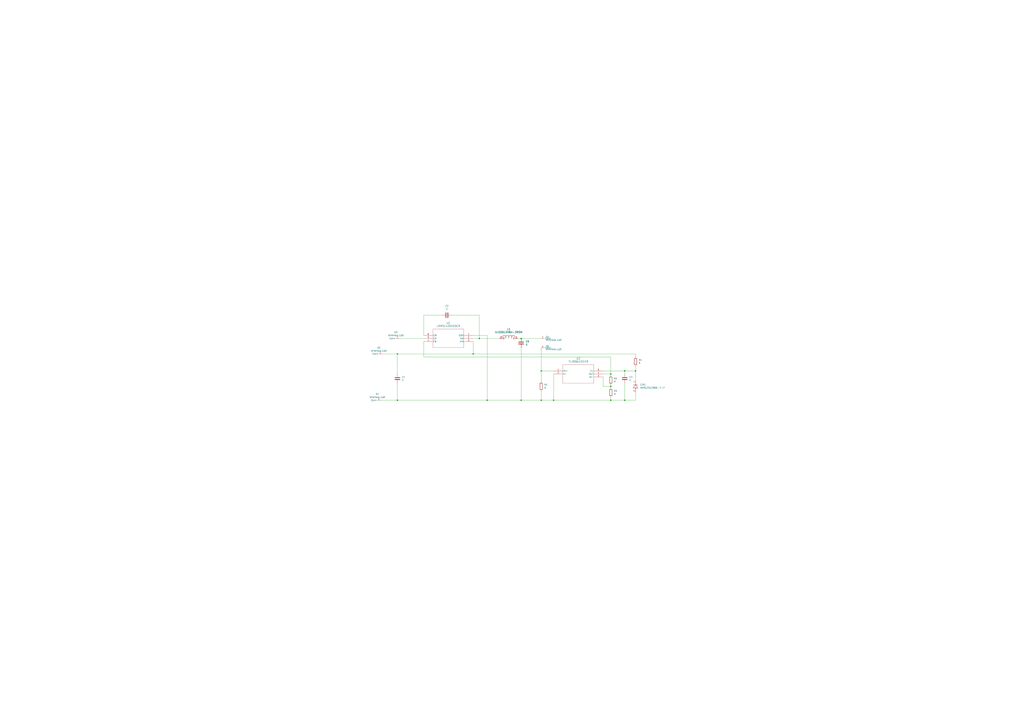
<source format=kicad_sch>
(kicad_sch (version 20230121) (generator eeschema)
  (paper "A1")
  (lib_symbols
    (symbol "2023-11-01_16-17-53:VLS3012HBX-3R3M" (pin_names (offset 0.254))
      (property "Reference" "L" (at 6.985 5.08 0))
      (property "Value" "VLS3012HBX-3R3M" (at 6.985 -2.54 0))
      (symbol "VLS3012HBX-3R3M_1_1"
        (polyline (pts (xy 2.54 0) (xy 2.54 1.27)) (stroke (width 0.2032)))
        (polyline (pts (xy 5.08 0) (xy 5.08 1.27)) (stroke (width 0.2032)))
        (polyline (pts (xy 7.62 0) (xy 7.62 1.27)) (stroke (width 0.2032)))
        (polyline (pts (xy 10.16 0) (xy 10.16 1.27)) (stroke (width 0.2032)))
        (polyline (pts (xy 12.7 0) (xy 12.7 1.27)) (stroke (width 0.2032)))
        (arc (start 5.08 1.27) (mid 3.81 2.5345) (end 2.54 1.27) (stroke (width 0.2032)))
        (arc (start 7.62 1.27) (mid 6.35 2.5345) (end 5.08 1.27) (stroke (width 0.2032)))
        (arc (start 10.16 1.27) (mid 8.89 2.5345) (end 7.62 1.27) (stroke (width 0.2032)))
        (arc (start 12.7 1.27) (mid 11.43 2.5345) (end 10.16 1.27) (stroke (width 0.2032)))
        (pin unspecified line (at 15.24 0 180) (length 2.54) (name "1") (number "1"))
        (pin unspecified line (at 0 0 0) (length 2.54) (name "2") (number "2"))
      )
      (symbol "VLS3012HBX-3R3M_1_2"
        (arc (start -1.27 5.08) (mid -2.5345 3.81) (end -1.27 2.54) (stroke (width 0.2032)))
        (arc (start -1.27 7.62) (mid -2.5345 6.35) (end -1.27 5.08) (stroke (width 0.2032)))
        (arc (start -1.27 10.16) (mid -2.5345 8.89) (end -1.27 7.62) (stroke (width 0.2032)))
        (arc (start -1.27 12.7) (mid -2.5345 11.43) (end -1.27 10.16) (stroke (width 0.2032)))
        (polyline (pts (xy 0 2.54) (xy -1.27 2.54)) (stroke (width 0.2032)))
        (polyline (pts (xy 0 5.08) (xy -1.27 5.08)) (stroke (width 0.2032)))
        (polyline (pts (xy 0 7.62) (xy -1.27 7.62)) (stroke (width 0.2032)))
        (polyline (pts (xy 0 10.16) (xy -1.27 10.16)) (stroke (width 0.2032)))
        (polyline (pts (xy 0 12.7) (xy -1.27 12.7)) (stroke (width 0.2032)))
        (pin unspecified line (at 0 15.24 270) (length 2.54) (name "1") (number "1"))
        (pin unspecified line (at 0 0 90) (length 2.54) (name "2") (number "2"))
      )
    )
    (symbol "Connectors_for_Wire:WireHole_1p5"
      (property "Reference" "D" (at 0 -1.27 0))
      (property "Value" "WireHole_1p5" (at 0 1.27 0))
      (symbol "WireHole_1p5_1_0"
        (pin bidirectional line (at 0 0 0) (length 2.54) (name "Conn") (number "1"))
      )
    )
    (symbol "DCK5_TEX:TLV9061IDCKR" (pin_names (offset 0.254))
      (property "Reference" "U" (at 20.32 10.16 0))
      (property "Value" "TLV9061IDCKR" (at 20.32 7.62 0))
      (symbol "TLV9061IDCKR_0_1"
        (polyline (pts (xy 7.62 -10.16) (xy 33.02 -10.16)) (stroke (width 0.127)))
        (polyline (pts (xy 7.62 5.08) (xy 7.62 -10.16)) (stroke (width 0.127)))
        (polyline (pts (xy 33.02 -10.16) (xy 33.02 5.08)) (stroke (width 0.127)))
        (polyline (pts (xy 33.02 5.08) (xy 7.62 5.08)) (stroke (width 0.127)))
        (pin input line (at 0 0 0) (length 7.62) (name "IN+") (number "1"))
        (pin power_in line (at 0 -2.54 0) (length 7.62) (name "V-") (number "2"))
        (pin input line (at 40.64 -5.08 180) (length 7.62) (name "IN-") (number "3"))
        (pin output line (at 40.64 -2.54 180) (length 7.62) (name "OUT") (number "4"))
        (pin power_in line (at 40.64 0 180) (length 7.62) (name "V+") (number "5"))
      )
    )
    (symbol "Device:C" (pin_numbers hide) (pin_names (offset 0.254))
      (property "Reference" "C" (at 0.635 2.54 0))
      (property "Value" "C" (at 0.635 -2.54 0))
      (symbol "C_0_1"
        (polyline (pts (xy -2.032 -0.762) (xy 2.032 -0.762)) (stroke (width 0.508)))
        (polyline (pts (xy -2.032 0.762) (xy 2.032 0.762)) (stroke (width 0.508)))
      )
      (symbol "C_1_1"
        (pin passive line (at 0 3.81 270) (length 2.794) (name "~") (number "1"))
        (pin passive line (at 0 -3.81 90) (length 2.794) (name "~") (number "2"))
      )
    )
    (symbol "Device:R" (pin_numbers hide) (pin_names (offset 0))
      (property "Reference" "R" (at 2.032 0 90))
      (property "Value" "R" (at 0 0 90))
      (symbol "R_0_1"
        (rectangle (start -1.016 -2.54) (end 1.016 2.54) (stroke (width 0.254)))
      )
      (symbol "R_1_1"
        (pin passive line (at 0 3.81 270) (length 1.27) (name "~") (number "1"))
        (pin passive line (at 0 -3.81 90) (length 1.27) (name "~") (number "2"))
      )
    )
    (symbol "SOD123_DIO:MMSZ5228B-7-F" (pin_names (offset 0.254))
      (property "Reference" "CR" (at 5.08 4.445 0))
      (property "Value" "MMSZ5228B-7-F" (at 5.08 -3.81 0))
      (symbol "MMSZ5228B-7-F_1_1"
        (polyline (pts (xy 2.54 0) (xy 3.4798 0)) (stroke (width 0.2032)))
        (polyline (pts (xy 3.175 0) (xy 3.81 0)) (stroke (width 0.2032)))
        (polyline (pts (xy 3.81 -1.905) (xy 6.35 0)) (stroke (width 0.2032)))
        (polyline (pts (xy 3.81 1.905) (xy 3.81 -1.905)) (stroke (width 0.2032)))
        (polyline (pts (xy 6.35 -1.905) (xy 6.35 1.905)) (stroke (width 0.2032)))
        (polyline (pts (xy 6.35 0) (xy 3.81 1.905)) (stroke (width 0.2032)))
        (polyline (pts (xy 6.35 0) (xy 7.62 0)) (stroke (width 0.2032)))
        (pin unspecified line (at 10.16 0 180) (length 2.54) (name "") (number "1"))
        (pin unspecified line (at 0 0 0) (length 2.54) (name "") (number "2"))
      )
      (symbol "MMSZ5228B-7-F_1_2"
        (polyline (pts (xy -1.905 3.81) (xy 1.905 3.81)) (stroke (width 0.2032)))
        (polyline (pts (xy 0 2.54) (xy 0 3.4798)) (stroke (width 0.2032)))
        (polyline (pts (xy 0 3.175) (xy 0 3.81)) (stroke (width 0.2032)))
        (polyline (pts (xy 0 6.35) (xy -1.905 3.81)) (stroke (width 0.2032)))
        (polyline (pts (xy 0 6.35) (xy 0 7.62)) (stroke (width 0.2032)))
        (polyline (pts (xy 1.905 3.81) (xy 0 6.35)) (stroke (width 0.2032)))
        (polyline (pts (xy 1.905 6.35) (xy -1.905 6.35)) (stroke (width 0.2032)))
        (pin unspecified line (at 0 10.16 270) (length 2.54) (name "") (number "1"))
        (pin unspecified line (at 0 0 90) (length 2.54) (name "") (number "2"))
      )
    )
    (symbol "SOT23_DDC_TEX:LMR51420XDDCR" (pin_names (offset 0.254))
      (property "Reference" "U" (at 20.32 10.16 0))
      (property "Value" "LMR51420XDDCR" (at 20.32 7.62 0))
      (symbol "LMR51420XDDCR_0_1"
        (polyline (pts (xy 7.62 -10.16) (xy 33.02 -10.16)) (stroke (width 0.127)))
        (polyline (pts (xy 7.62 5.08) (xy 7.62 -10.16)) (stroke (width 0.127)))
        (polyline (pts (xy 33.02 -10.16) (xy 33.02 5.08)) (stroke (width 0.127)))
        (polyline (pts (xy 33.02 5.08) (xy 7.62 5.08)) (stroke (width 0.127)))
        (pin power_out line (at 0 0 0) (length 7.62) (name "GND") (number "1"))
        (pin output line (at 0 -2.54 0) (length 7.62) (name "SW") (number "2"))
        (pin input line (at 0 -5.08 0) (length 7.62) (name "VIN") (number "3"))
        (pin input line (at 40.64 -5.08 180) (length 7.62) (name "FB") (number "4"))
        (pin input line (at 40.64 -2.54 180) (length 7.62) (name "EN") (number "5"))
        (pin power_in line (at 40.64 0 180) (length 7.62) (name "CB") (number "6"))
      )
    )
  )
  (junction (at 501.65 317.5))
  (junction (at 513.08 328.93))
  (junction (at 454.66 328.93))
  (junction (at 427.99 278.13))
  (junction (at 513.08 304.8))
  (junction (at 393.7 278.13))
  (junction (at 501.65 328.93))
  (junction (at 326.39 328.93))
  (junction (at 400.05 328.93))
  (junction (at 501.65 307.34))
  (junction (at 444.5 328.93))
  (junction (at 444.5 304.8))
  (junction (at 427.99 328.93))
  (junction (at 521.97 304.8))
  (junction (at 326.39 290.83))
  (junction (at 388.62 290.83))
  (wire (pts (xy 400.05 275.59) (xy 400.05 328.93)))
  (wire (pts (xy 501.65 328.93) (xy 454.66 328.93)))
  (wire (pts (xy 347.98 293.37) (xy 347.98 280.67)))
  (wire (pts (xy 501.65 308.61) (xy 501.65 307.34)))
  (wire (pts (xy 370.84 259.08) (xy 393.7 259.08)))
  (wire (pts (xy 393.7 259.08) (xy 393.7 278.13)))
  (wire (pts (xy 521.97 290.83) (xy 388.62 290.83)))
  (wire (pts (xy 400.05 328.93) (xy 427.99 328.93)))
  (wire (pts (xy 444.5 328.93) (xy 454.66 328.93)))
  (wire (pts (xy 513.08 328.93) (xy 501.65 328.93)))
  (wire (pts (xy 521.97 300.99) (xy 521.97 304.8)))
  (wire (pts (xy 513.08 314.96) (xy 513.08 328.93)))
  (wire (pts (xy 363.22 259.08) (xy 347.98 259.08)))
  (wire (pts (xy 444.5 321.31) (xy 444.5 328.93)))
  (wire (pts (xy 513.08 304.8) (xy 513.08 307.34)))
  (wire (pts (xy 444.5 313.69) (xy 444.5 304.8)))
  (wire (pts (xy 425.45 278.13) (xy 427.99 278.13)))
  (wire (pts (xy 454.66 307.34) (xy 454.66 328.93)))
  (wire (pts (xy 495.3 317.5) (xy 501.65 317.5)))
  (wire (pts (xy 427.99 285.75) (xy 427.99 328.93)))
  (wire (pts (xy 388.62 278.13) (xy 393.7 278.13)))
  (wire (pts (xy 347.98 293.37) (xy 501.65 293.37)))
  (wire (pts (xy 326.39 328.93) (xy 400.05 328.93)))
  (wire (pts (xy 501.65 293.37) (xy 501.65 307.34)))
  (wire (pts (xy 495.3 307.34) (xy 501.65 307.34)))
  (wire (pts (xy 393.7 278.13) (xy 410.21 278.13)))
  (wire (pts (xy 347.98 259.08) (xy 347.98 275.59)))
  (wire (pts (xy 501.65 326.39) (xy 501.65 328.93)))
  (wire (pts (xy 326.39 314.96) (xy 326.39 328.93)))
  (wire (pts (xy 388.62 290.83) (xy 326.39 290.83)))
  (wire (pts (xy 501.65 317.5) (xy 501.65 316.23)))
  (wire (pts (xy 444.5 285.75) (xy 444.5 304.8)))
  (wire (pts (xy 501.65 317.5) (xy 501.65 318.77)))
  (wire (pts (xy 444.5 304.8) (xy 454.66 304.8)))
  (wire (pts (xy 388.62 280.67) (xy 388.62 290.83)))
  (wire (pts (xy 327.66 278.13) (xy 347.98 278.13)))
  (wire (pts (xy 495.3 304.8) (xy 513.08 304.8)))
  (wire (pts (xy 521.97 293.37) (xy 521.97 290.83)))
  (wire (pts (xy 313.69 290.83) (xy 326.39 290.83)))
  (wire (pts (xy 312.42 328.93) (xy 326.39 328.93)))
  (wire (pts (xy 521.97 304.8) (xy 521.97 312.42)))
  (wire (pts (xy 521.97 328.93) (xy 513.08 328.93)))
  (wire (pts (xy 326.39 307.34) (xy 326.39 290.83)))
  (wire (pts (xy 521.97 322.58) (xy 521.97 328.93)))
  (wire (pts (xy 513.08 304.8) (xy 521.97 304.8)))
  (wire (pts (xy 495.3 309.88) (xy 495.3 317.5)))
  (wire (pts (xy 388.62 275.59) (xy 400.05 275.59)))
  (wire (pts (xy 444.5 328.93) (xy 427.99 328.93)))
  (wire (pts (xy 427.99 278.13) (xy 444.5 278.13)))
  (symbol (lib_id "Device:C") (at 367.03 259.08 90) (unit 1)
    (property "Reference" "C2" (at 367.03 251.46 90))
    (property "Value" "C" (at 367.03 254 90))
    (property "Footprint" "Capacitor_SMD:C_0603_1608Metric_Pad1.08x0.95mm_HandSolder" (effects hide))
  )
  (symbol (lib_id "Connectors_for_Wire:WireHole_1p5") (at 313.69 290.83 180) (unit 1)
    (property "Reference" "D2" (at 311.15 285.75 0))
    (property "Value" "WireHole_1p5" (at 311.15 288.29 0))
    (property "Footprint" "Wire_holes:WireHole_1p2" (effects hide))
  )
  (symbol (lib_id "Device:C") (at 326.39 311.15 0) (unit 1)
    (property "Reference" "C1" (at 330.2 309.88 0) (effects (justify left)))
    (property "Value" "C" (at 330.2 312.42 0) (effects (justify left)))
    (property "Footprint" "Capacitor_SMD:C_0805_2012Metric_Pad1.18x1.45mm_HandSolder" (effects hide))
  )
  (symbol (lib_id "Connectors_for_Wire:WireHole_1p5") (at 444.5 278.13 0) (unit 1)
    (property "Reference" "D4" (at 448.31 276.86 0) (effects (justify left)))
    (property "Value" "WireHole_1p5" (at 448.31 279.4 0) (effects (justify left)))
    (property "Footprint" "Wire_holes:WireHole_1p2" (effects hide))
  )
  (symbol (lib_id "Device:R") (at 444.5 317.5 0) (unit 1)
    (property "Reference" "R1" (at 447.04 316.23 0) (effects (justify left)))
    (property "Value" "R" (at 447.04 318.77 0) (effects (justify left)))
    (property "Footprint" "Resistor_SMD:R_0603_1608Metric_Pad0.98x0.95mm_HandSolder" (effects hide))
  )
  (symbol (lib_id "SOD123_DIO:MMSZ5228B-7-F") (at 521.97 322.58 90) (unit 1)
    (property "Reference" "CR1" (at 525.78 316.23 90) (effects (font (size 1.524 1.524)) (justify right)))
    (property "Value" "MMSZ5228B-7-F" (at 525.78 318.77 90) (effects (font (size 1.524 1.524)) (justify right)))
    (property "Footprint" "MMSZ5228B:SOD123_DIO" (effects hide))
    (property "Datasheet" "MMSZ5228B-7-F" (effects hide))
  )
  (symbol (lib_id "Connectors_for_Wire:WireHole_1p5") (at 444.5 285.75 0) (unit 1)
    (property "Reference" "D5" (at 448.31 284.48 0) (effects (justify left)))
    (property "Value" "WireHole_1p5" (at 448.31 287.02 0) (effects (justify left)))
    (property "Footprint" "Wire_holes:WireHole_1p2" (effects hide))
  )
  (symbol (lib_id "Device:C") (at 513.08 311.15 0) (unit 1)
    (property "Reference" "C4" (at 516.89 309.88 0) (effects (justify left)))
    (property "Value" "C" (at 516.89 312.42 0) (effects (justify left)))
    (property "Footprint" "Capacitor_SMD:C_0603_1608Metric_Pad1.08x0.95mm_HandSolder" (effects hide))
  )
  (symbol (lib_id "Device:R") (at 501.65 312.42 180) (unit 1)
    (property "Reference" "R2" (at 504.19 311.15 0) (effects (justify right)))
    (property "Value" "R" (at 504.19 313.69 0) (effects (justify right)))
    (property "Footprint" "Resistor_SMD:R_0603_1608Metric_Pad0.98x0.95mm_HandSolder" (effects hide))
  )
  (symbol (lib_id "DCK5_TEX:TLV9061IDCKR") (at 454.66 304.8 0) (unit 1)
    (property "Reference" "U2" (at 474.98 294.64 0) (effects (font (size 1.524 1.524))))
    (property "Value" "TLV9061IDCKR" (at 474.98 297.18 0) (effects (font (size 1.524 1.524))))
    (property "Footprint" "ul_TLV9061IDCKR:DCK5_TEX" (effects hide))
    (property "Datasheet" "TLV9061IDCKR" (effects hide))
  )
  (symbol (lib_id "Device:R") (at 501.65 322.58 180) (unit 1)
    (property "Reference" "R3" (at 504.19 321.31 0) (effects (justify right)))
    (property "Value" "R" (at 504.19 323.85 0) (effects (justify right)))
    (property "Footprint" "Resistor_SMD:R_0603_1608Metric_Pad0.98x0.95mm_HandSolder" (effects hide))
  )
  (symbol (lib_id "Device:R") (at 521.97 297.18 180) (unit 1)
    (property "Reference" "R4" (at 524.51 295.91 0) (effects (justify right)))
    (property "Value" "R" (at 524.51 298.45 0) (effects (justify right)))
    (property "Footprint" "Resistor_SMD:R_0603_1608Metric_Pad0.98x0.95mm_HandSolder" (effects hide))
  )
  (symbol (lib_id "2023-11-01_16-17-53:VLS3012HBX-3R3M") (at 410.21 278.13 0) (unit 1)
    (property "Reference" "L1" (at 417.83 270.51 0) (effects (font (size 1.524 1.524))))
    (property "Value" "VLS3012HBX-3R3M" (at 417.83 273.05 0) (effects (font (size 1.524 1.524))))
    (property "Footprint" "ul_VLS3012HBX-3R3M:IND_VLS3012HBX-3R3M_TDK" (effects hide))
    (property "Datasheet" "VLS3012HBX-3R3M" (effects hide))
  )
  (symbol (lib_id "Device:C") (at 427.99 281.94 0) (unit 1)
    (property "Reference" "C3" (at 431.8 280.67 0) (effects (justify left)))
    (property "Value" "C" (at 431.8 283.21 0) (effects (justify left)))
    (property "Footprint" "Capacitor_SMD:C_0805_2012Metric_Pad1.18x1.45mm_HandSolder" (effects hide))
  )
  (symbol (lib_id "SOT23_DDC_TEX:LMR51420XDDCR") (at 388.62 275.59 0) (mirror y) (unit 1)
    (property "Reference" "U1" (at 368.3 265.43 0) (effects (font (size 1.524 1.524))))
    (property "Value" "LMR51420XDDCR" (at 368.3 267.97 0) (effects (font (size 1.524 1.524))))
    (property "Footprint" "ul_LMR51420XDDCR:SOT23_DDC_TEX" (effects hide))
    (property "Datasheet" "LMR51420XDDCR" (effects hide))
  )
  (symbol (lib_id "Connectors_for_Wire:WireHole_1p5") (at 312.42 328.93 180) (unit 1)
    (property "Reference" "D1" (at 309.88 323.85 0))
    (property "Value" "WireHole_1p5" (at 309.88 326.39 0))
    (property "Footprint" "Wire_holes:WireHole_1p2" (effects hide))
  )
  (symbol (lib_id "Connectors_for_Wire:WireHole_1p5") (at 327.66 278.13 180) (unit 1)
    (property "Reference" "D3" (at 325.12 273.05 0))
    (property "Value" "WireHole_1p5" (at 325.12 275.59 0))
    (property "Footprint" "Wire_holes:WireHole_1p2" (effects hide))
  )
)
</source>
